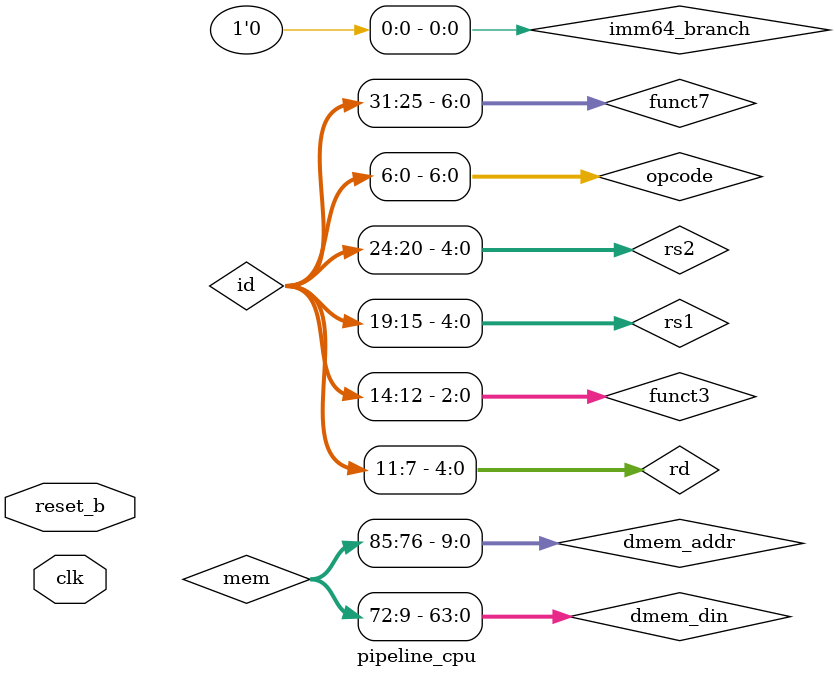
<source format=sv>
/* ********************************************
 *	COSE222 Lab #4
 *
 *	Module: pipelined_cpu.sv
 *  - Top design of the 5-stage pipelined RISC-V processor
 *  - Processor supports instructions described in Chapter 4 of COD book
 *
 *  Author: Gunjae Koo (gunjaekoo@korea.ac.kr)
 *
 * ********************************************
 */

`timescale 1ns/1ps
`define FF 1    // Flip-flop delay for just better waveform view

// Packed structures for pipeline registers
// Pipe reg: IF/ID
typedef struct packed {
    logic   [63:0]  pc;
    logic   [31:0]  inst;
} pipe_if_id;

// Pipe reg: ID/EX
typedef struct packed {
    logic   [63:0]  rs1_dout;
    logic   [63:0]  rs2_dout;
    logic   [63:0]  imm64;
    logic   [2:0]   funct3;
    logic   [6:0]   funct7;
    logic           branch;
    logic           alu_src;
    logic   [1:0]   alu_op;
    logic           mem_read;
    logic           mem_write;
    logic   [4:0]   rs1;
    logic   [4:0]   rs2;
    logic   [4:0]   rd;         // rd for regfile
    logic           reg_write;
    logic           mem_to_reg;
} pipe_id_ex;

// Pipe reg: EX/MEM
typedef struct packed {
    logic   [63:0]  alu_result; // for address
    logic   [63:0]  rs2_dout;   // for store
    logic           mem_read;
    logic           mem_write;
    logic   [4:0]   rd;
    logic           reg_write;
    logic           mem_to_reg;
} pipe_ex_mem;

// Pipe reg: MEM/WB
typedef struct packed {
    logic   [63:0]  alu_result;
    logic   [63:0]  dmem_dout;
    logic   [4:0]   rd;
    logic           reg_write;
    logic           mem_to_reg;
} pipe_mem_wb;

module pipeline_cpu
#(  parameter IMEM_DEPTH = 1024,    // imem depth (default: 1024 entries = 4 KB)
              IMEM_ADDR_WIDTH = 10,
              REG_WIDTH = 64,
              DMEM_DEPTH = 1024,    // dmem depth (default: 1024 entries = 8 KB)
              DMEM_ADDR_WIDTH = 10 )
(
    input           clk,            // System clock
    input           reset_b         // Asychronous negative reset
);

    // -------------------------------------------------------------------
    /* Instruction fetch stage:
     * - Accessing the instruction memory with PC
     * - Control PC udpates for pipeline stalls
     */

    // Program counter
    logic           pc_write;   // enable PC updates
    logic   [63:0]  pc_curr, pc_next;
    logic   [63:0]  pc_next_plus4, pc_next_branch;
    logic           branch;
    logic           regfile_zero;   // zero detection from regfile

    assign pc_next_plus4 = pc_curr + 3'd4;
    assign pc_next = (branch & regfile_zero) ? pc_next_branch : pc_next_plus4;

    always_ff @ (posedge clk or negedge reset_b) begin
        if (~reset_b) begin
            pc_curr <= 'b0;
        end else begin
            if (pc_write) begin
                pc_curr <= pc_next;
            end
        end
    end

    // imem
    logic   [IMEM_ADDR_WIDTH-1:0]   imem_addr;
    logic   [31:0]  inst;   // instructions = an output of imem
    
    assign imem_addr = pc_curr[IMEM_ADDR_WIDTH+1:2];

    // instantiation: instruction memory
    imem #(
        .IMEM_DEPTH         (IMEM_DEPTH),
        .IMEM_ADDR_WIDTH    (IMEM_ADDR_WIDTH)
    ) u_imem_0 (
        .addr               ( imem_addr     ),
        .dout               ( inst          )
    );
    // -------------------------------------------------------------------

    // -------------------------------------------------------------------
    /* IF/ID pipeline register
     * - Supporting pipeline stalls and flush
     */
    pipe_if_id      id;         // THINK WHY THIS IS ID...
    logic           if_flush, if_stall;

    always_ff @ (posedge clk or negedge reset_b) begin
        if (~reset_b) begin
            id <= 'b0;
        end else begin
            if (if_flush) begin
                id <= #(`FF) 'b0;
            end else if (~if_stall) begin
                id.pc <= #(`FF) pc_curr;
                id.inst <= #(`FF) inst;
            end
        end
    end
    // -------------------------------------------------------------------

    // ------------------------------------------------------------------
    /* Instruction decoder stage:
     * - Generating control signals
     * - Register file
     * - Immediate generator
     * - Hazard detection unit
     */
    
    // -------------------------------------------------------------------
    /* Main control unit:
     * Main control unit generates control signals for datapath elements
     * The control signals are determined by decoding instructions
     * Generating control signals using opcode = inst[6:0]
     */
    logic   [6:0]   opcode;
    //logic           branch;
    logic           alu_src, mem_to_reg;
    logic   [1:0]   alu_op;
    logic           mem_read, mem_write, reg_write; // declared above

    // COMPLETE THE MAIN CONTROL UNIT HERE
    assign opcode = id.inst[6:0];

    assign branch = (opcode == 7'b1100011); // beq
    assign mem_read = (opcode == 7'b0000011); // ld
    assign mem_write = (opcode == 7'b0100011); // sd
    assign alu_op[1] = (opcode == 7'b0110011); // R-type

    assign alu_op[0] = branch;
    assign mem_to_reg = mem_read;
    assign reg_write = (alu_op[1] | mem_read);
    assign alu_src = (mem_read | mem_write);

    // --------------------------------------------------------------------

    // ---------------------------------------------------------------------
    /* Immediate generator:
     * Generating immediate value from inst[31:0]
     */
    logic   [63:0]  imm64;
    logic   [63:0]  imm64_branch;  // imm64 left shifted by 1

    // COMPLETE IMMEDIATE GENERATOR HERE
    logic   [11:0]  imm12;

    assign imm12 = (branch) ? {id.inst[31], id.inst[7], id.inst[30:25], id.inst[11:8]} :
                ( (mem_read) ? id.inst[31:20] : {id.inst[31:25], id.inst[11:7]} );
    assign imm64 = { {52{imm12[11]}}, imm12 };
    assign imm64_branch = {imm64[62:0], 1'b0};

    // Computing branch target
    assign pc_next_branch = id.pc + imm64_branch;

    // ----------------------------------------------------------------------

    // ----------------------------------------------------------------------
    /* Hazard detection unit
     * - Detecting data hazards from load instrcutions
     * - Detecting control hazards from taken branches
     */
    logic   [4:0]   rs1, rs2;

    logic           stall_by_load_use;
    logic   [1:0]   stall_by_regwr_branch;   // branch result is decided in ID stage, this is not explained in the textbook
    logic           flush_by_branch;
    
    logic           id_stall;

    assign stall_by_load_use = ex.mem_read & ((ex.rd == rs1) | (ex.rd == rs2));
    assign stall_by_regwr_branch[0] = branch & ((ex.rd == rs1) | (ex.rd == rs2)); // STALL BY INST-BRANCH (CONDITION 1)
    assign stall_by_regwr_branch[1] = branch & ((mem.rd == rs1) | (mem.rd == rs2)); // STALL BY INST-BRANCH (CONDITION 2)

    assign flush_by_branch = (branch & regfile_zero);

    assign id_stall = |stall_by_regwr_branch | stall_by_load_use;
    assign if_flush = flush_by_branch;
    assign if_stall = |stall_by_regwr_branch | stall_by_load_use;
    assign pc_write = ~(|stall_by_regwr_branch | stall_by_load_use);

    // ----------------------------------------------------------------------


    // regfile/
    pipe_mem_wb     wb;

    logic   [4:0]   rd;    // register numbers
    logic   [REG_WIDTH-1:0] rd_din;
    logic   [REG_WIDTH-1:0] rs1_dout, rs2_dout;
    
    assign rs1 = id.inst[19:15];
    assign rs2 = id.inst[24:20];
    assign rd = id.inst[11:7];
    // rd, rd_din, and reg_write will be determined in WB stage
    
    // instnatiation of register file
    regfile #(
        .REG_WIDTH          (REG_WIDTH)
    ) u_regfile_0 (
        .clk                ( clk           ),
        .rs1                ( rs1           ),
        .rs2                ( rs2           ),
        .rd                 ( wb.rd         ),
        .rd_din             ( rd_din        ),
        .reg_write          ( wb.reg_write  ),
        .rs1_dout           ( rs1_dout      ),
        .rs2_dout           ( rs2_dout      )
    );

    assign regfile_zero = (rs1_dout ^ rs2_dout) == 0;

    // ------------------------------------------------------------------

    // -------------------------------------------------------------------
    /* ID/EX pipeline register
     * - Supporting pipeline stalls
     */
    pipe_id_ex      ex;         // THINK WHY THIS IS EX...
    logic   [6:0]   funct7;
    logic   [2:0]   funct3;

    // THE FOLLOWING SIGNALS WILL BE USED FOR ALU CONTROL
    assign funct7 = id.inst[31:25];
    assign funct3 = id.inst[14:12];

    // COMPLETE ID/EX PIPELINE REGISTER
    always_ff @ (posedge clk or negedge reset_b) begin
        if (~reset_b) begin
            ex <= 'b0;
        end else begin
            if (id_stall) begin
                ex <= #(`FF) 'b0;
            end else begin
                ex.rs1_dout <= #(`FF) rs1_dout;
                ex.rs2_dout <= #(`FF) rs2_dout;
                ex.imm64 <= #(`FF) imm64;
                ex.funct3 <= #(`FF) funct3;
                ex.funct7 <= #(`FF) funct7;
                ex.branch <= #(`FF) branch;
                ex.alu_src <= #(`FF) alu_src;
                ex.alu_op <= #(`FF) alu_op;
                ex.mem_read <= #(`FF) mem_read;
                ex.mem_write <= #(`FF) mem_write;
                ex.rs1 <= #(`FF) rs1;
                ex.rs2 <= #(`FF) rs2;
                ex.rd <= #(`FF) rd;
                ex.reg_write <= #(`FF) reg_write;
                ex.mem_to_reg <= #(`FF) mem_to_reg;
            end
        end
    end

    // ------------------------------------------------------------------

    // ------------------------------------------------------------------
    /* Excution stage:
     * - ALU & ALU control
     * - Data forwarding unit
     */

    // --------------------------------------------------------------------
    /* ALU control unit:
     * ALU control unit generate alu_control signal which selects ALU operations
     * Generating control signals using alu_op, funct7, and funct3 fileds
     */

    logic   [3:0]   alu_control;    // ALU control signal

    // COMPLETE ALU CONTROL UNIT
    always_comb begin
        if (ex.alu_op[1]) begin
            case (ex.funct3)
                3'b111: alu_control = 4'b0000;
                3'b110: alu_control = 4'b0001;
                default: alu_control = (ex.funct7[5]) ? 4'b0110: 4'b0010;
            endcase
        end else begin
            alu_control = (ex.alu_op[0]) ? 4'b0110 : 4'b0010;
        end
    end

    // ---------------------------------------------------------------------

    // ----------------------------------------------------------------------
    /* Forwarding unit:
     * - Forwarding from EX/MEM and MEM/WB
     */
    logic   [1:0]   forward_a, forward_b;
    logic   [63:0]  alu_fwd_in1, alu_fwd_in2;   // outputs of forward MUXes

    // COMPLETE FORWARDING MUXES
    always_comb begin
        case (forward_a)
            2'b00: alu_fwd_in1 = ex.rs1_dout;
            2'b10: alu_fwd_in1 = mem.alu_result;
            2'b01: alu_fwd_in1 = rd_din;
        endcase
    end

    always_comb begin
        case (forward_b)
            2'b00: alu_fwd_in2 = ex.rs2_dout;
            2'b10: alu_fwd_in2 = mem.alu_result;
            2'b01: alu_fwd_in2 = rd_din;
        endcase
    end

    // COMPLETE THE FORWARDING UNIT
    // Need to prioritize forwarding conditions

    always_comb begin
        if ((mem.rd == ex.rs1) & mem.reg_write & (mem.rd != 0)) begin
            forward_a = 2'b10;
        end else if ((wb.rd == ex.rs1) & wb.reg_write & (wb.rd != 0)) begin
            forward_a = 2'b01;
        end else begin
            forward_a = 2'b00;
        end
    end

    always_comb begin
        if ((mem.rd == ex.rs2) & mem.reg_write & (mem.rd != 0)) begin
            forward_b = 2'b10;
        end else if ((wb.rd == ex.rs2) & wb.reg_write & (wb.rd != 0)) begin
            forward_b = 2'b01;
        end else begin
            forward_b = 2'b00;
        end
    end

    // -----------------------------------------------------------------------

    // ALU
    logic   [REG_WIDTH-1:0] alu_in1, alu_in2;
    logic   [REG_WIDTH-1:0] alu_result;
    logic           alu_zero;   // will not be used

    assign alu_in1 = alu_fwd_in1;
    assign alu_in2 = (ex.alu_src ? ex.imm64 : alu_fwd_in2);

    // instantiation: ALU
    alu #(
        .REG_WIDTH          (REG_WIDTH)
    ) u_alu_0 (
        .in1                (alu_in1),
        .in2                (alu_in2),
        .alu_control        (alu_control),
        .result             (alu_result),
        .zero               (alu_zero)
    );

    // -------------------------------------------------------------------------
    /* Ex/MEM pipeline register
     */
    pipe_ex_mem     mem;

    always_ff @ (posedge clk or negedge reset_b) begin
        if (~reset_b) begin
            mem <= 'b0;
        end else begin
            mem.alu_result <= #(`FF) alu_result;
            mem.rs2_dout <= #(`FF) alu_fwd_in2;
            mem.mem_read <= #(`FF) ex.mem_read;
            mem.mem_write <= #(`FF) ex.mem_write;
            mem.rd <= #(`FF) ex.rd;
            mem.reg_write <= #(`FF) ex.reg_write;
            mem.mem_to_reg <= #(`FF) ex.mem_to_reg;
        end
    end

    // --------------------------------------------------------------------------
    /* Memory srage
     * - Data memory accesses
     */

    // dmem
    logic   [DMEM_ADDR_WIDTH-1:0]    dmem_addr;
    logic   [63:0]  dmem_din, dmem_dout;

    assign dmem_addr = mem.alu_result[DMEM_ADDR_WIDTH+2:3];
    assign dmem_din = mem.rs2_dout;
    
    // instantiation: data memory
    dmem #(
        .DMEM_DEPTH         (DMEM_DEPTH),
        .DMEM_ADDR_WIDTH    (DMEM_ADDR_WIDTH)
    ) u_dmem_0 (
        .clk                (clk),
        .addr               (dmem_addr),
        .din                (dmem_din),
        .mem_read           (mem.mem_read),
        .mem_write          (mem.mem_write),
        .dout               (dmem_dout)
    );


    // -----------------------------------------------------------------------
    /* MEM/WB pipeline register
     */

    //pipe_mem_wb         wb;

    always_ff @ (posedge clk or negedge reset_b) begin
        if (~reset_b) begin
            wb <= 'b0;
        end else begin
            wb.alu_result <= #(`FF) mem.alu_result;
            wb.dmem_dout <= #(`FF) dmem_dout;
            wb.rd <= #(`FF) mem.rd;
            wb.reg_write <= #(`FF) mem.reg_write;
            wb.mem_to_reg <= #(`FF) mem.mem_to_reg;
        end
    end

    // ----------------------------------------------------------------------
    /* Writeback stage
     * - Write results to regsiter file
     */
    
    assign rd_din = wb.mem_to_reg ? wb.dmem_dout : wb.alu_result;

endmodule
</source>
